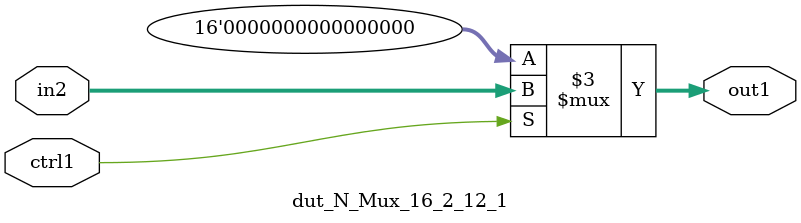
<source format=v>

`timescale 1ps / 1ps


module dut_N_Mux_16_2_12_1( in2, ctrl1, out1 );

    input [15:0] in2;
    input ctrl1;
    output [15:0] out1;
    reg [15:0] out1;

    
    // rtl_process:dut_N_Mux_16_2_12_1/dut_N_Mux_16_2_12_1_thread_1
    always @*
      begin : dut_N_Mux_16_2_12_1_thread_1
        case (ctrl1) 
          1'b1: 
            begin
              out1 = in2;
            end
          default: 
            begin
              out1 = 16'd00000;
            end
        endcase
      end

endmodule



</source>
